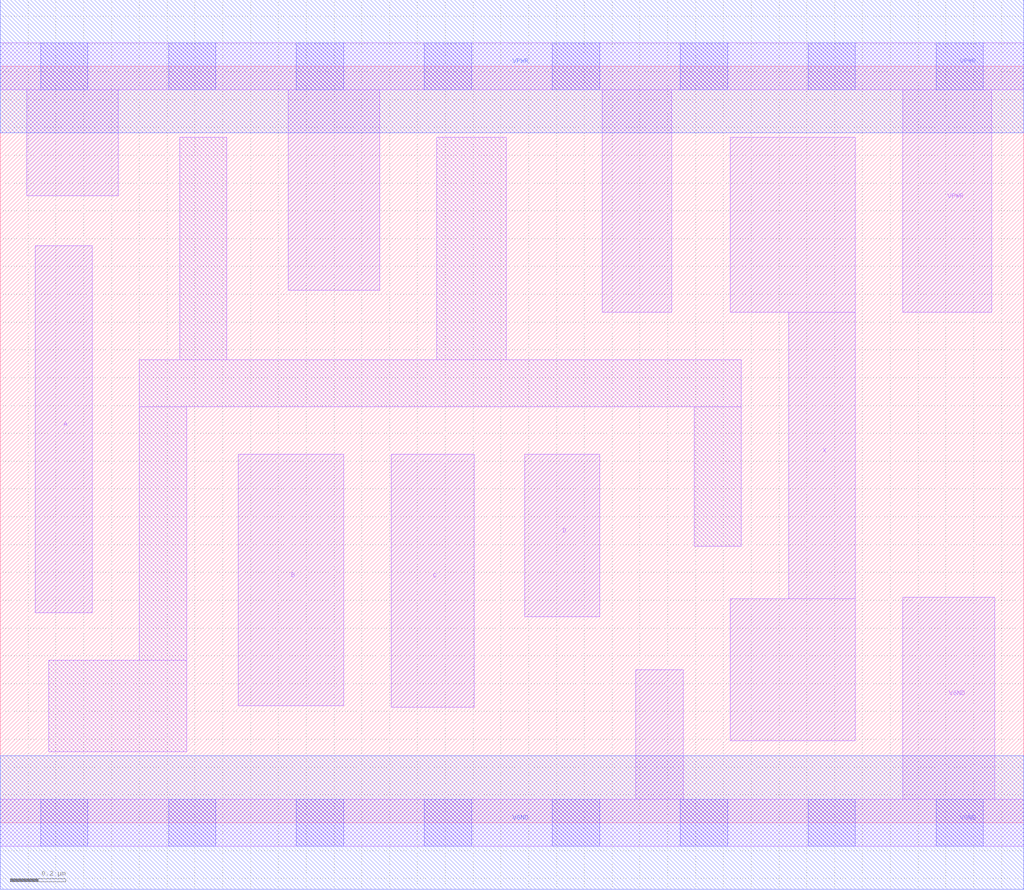
<source format=lef>
# Copyright 2020 The SkyWater PDK Authors
#
# Licensed under the Apache License, Version 2.0 (the "License");
# you may not use this file except in compliance with the License.
# You may obtain a copy of the License at
#
#     https://www.apache.org/licenses/LICENSE-2.0
#
# Unless required by applicable law or agreed to in writing, software
# distributed under the License is distributed on an "AS IS" BASIS,
# WITHOUT WARRANTIES OR CONDITIONS OF ANY KIND, either express or implied.
# See the License for the specific language governing permissions and
# limitations under the License.
#
# SPDX-License-Identifier: Apache-2.0

VERSION 5.7 ;
  NAMESCASESENSITIVE ON ;
  NOWIREEXTENSIONATPIN ON ;
  DIVIDERCHAR "/" ;
  BUSBITCHARS "[]" ;
UNITS
  DATABASE MICRONS 200 ;
END UNITS
PROPERTYDEFINITIONS
  MACRO maskLayoutSubType STRING ;
  MACRO prCellType STRING ;
  MACRO originalViewName STRING ;
END PROPERTYDEFINITIONS
MACRO sky130_fd_sc_hdll__and4_2
  CLASS CORE ;
  FOREIGN sky130_fd_sc_hdll__and4_2 ;
  ORIGIN  0.000000  0.000000 ;
  SIZE  3.680000 BY  2.720000 ;
  SYMMETRY X Y R90 ;
  SITE unithd ;
  PIN A
    ANTENNAGATEAREA  0.138600 ;
    DIRECTION INPUT ;
    USE SIGNAL ;
    PORT
      LAYER li1 ;
        RECT 0.125000 0.755000 0.330000 2.075000 ;
    END
  END A
  PIN B
    ANTENNAGATEAREA  0.138600 ;
    DIRECTION INPUT ;
    USE SIGNAL ;
    PORT
      LAYER li1 ;
        RECT 0.855000 0.420000 1.235000 1.325000 ;
    END
  END B
  PIN C
    ANTENNAGATEAREA  0.138600 ;
    DIRECTION INPUT ;
    USE SIGNAL ;
    PORT
      LAYER li1 ;
        RECT 1.405000 0.415000 1.705000 1.325000 ;
    END
  END C
  PIN D
    ANTENNAGATEAREA  0.138600 ;
    DIRECTION INPUT ;
    USE SIGNAL ;
    PORT
      LAYER li1 ;
        RECT 1.885000 0.740000 2.155000 1.325000 ;
    END
  END D
  PIN VGND
    ANTENNADIFFAREA  0.515750 ;
    DIRECTION INOUT ;
    USE SIGNAL ;
    PORT
      LAYER li1 ;
        RECT 0.000000 -0.085000 3.680000 0.085000 ;
        RECT 2.285000  0.085000 2.455000 0.550000 ;
        RECT 3.245000  0.085000 3.575000 0.810000 ;
      LAYER mcon ;
        RECT 0.145000 -0.085000 0.315000 0.085000 ;
        RECT 0.605000 -0.085000 0.775000 0.085000 ;
        RECT 1.065000 -0.085000 1.235000 0.085000 ;
        RECT 1.525000 -0.085000 1.695000 0.085000 ;
        RECT 1.985000 -0.085000 2.155000 0.085000 ;
        RECT 2.445000 -0.085000 2.615000 0.085000 ;
        RECT 2.905000 -0.085000 3.075000 0.085000 ;
        RECT 3.365000 -0.085000 3.535000 0.085000 ;
      LAYER met1 ;
        RECT 0.000000 -0.240000 3.680000 0.240000 ;
    END
  END VGND
  PIN VPWR
    ANTENNADIFFAREA  0.994300 ;
    DIRECTION INOUT ;
    USE SIGNAL ;
    PORT
      LAYER li1 ;
        RECT 0.000000 2.635000 3.680000 2.805000 ;
        RECT 0.095000 2.255000 0.425000 2.635000 ;
        RECT 1.035000 1.915000 1.365000 2.635000 ;
        RECT 2.165000 1.835000 2.415000 2.635000 ;
        RECT 3.245000 1.835000 3.565000 2.635000 ;
      LAYER mcon ;
        RECT 0.145000 2.635000 0.315000 2.805000 ;
        RECT 0.605000 2.635000 0.775000 2.805000 ;
        RECT 1.065000 2.635000 1.235000 2.805000 ;
        RECT 1.525000 2.635000 1.695000 2.805000 ;
        RECT 1.985000 2.635000 2.155000 2.805000 ;
        RECT 2.445000 2.635000 2.615000 2.805000 ;
        RECT 2.905000 2.635000 3.075000 2.805000 ;
        RECT 3.365000 2.635000 3.535000 2.805000 ;
      LAYER met1 ;
        RECT 0.000000 2.480000 3.680000 2.960000 ;
    END
  END VPWR
  PIN X
    ANTENNADIFFAREA  0.629500 ;
    DIRECTION OUTPUT ;
    USE SIGNAL ;
    PORT
      LAYER li1 ;
        RECT 2.625000 0.295000 3.075000 0.805000 ;
        RECT 2.625000 1.835000 3.075000 2.465000 ;
        RECT 2.835000 0.805000 3.075000 1.835000 ;
    END
  END X
  OBS
    LAYER li1 ;
      RECT 0.175000 0.255000 0.670000 0.585000 ;
      RECT 0.500000 0.585000 0.670000 1.495000 ;
      RECT 0.500000 1.495000 2.665000 1.665000 ;
      RECT 0.645000 1.665000 0.815000 2.465000 ;
      RECT 1.570000 1.665000 1.820000 2.465000 ;
      RECT 2.495000 0.995000 2.665000 1.495000 ;
  END
  PROPERTY maskLayoutSubType "abstract" ;
  PROPERTY prCellType "standard" ;
  PROPERTY originalViewName "layout" ;
END sky130_fd_sc_hdll__and4_2

</source>
